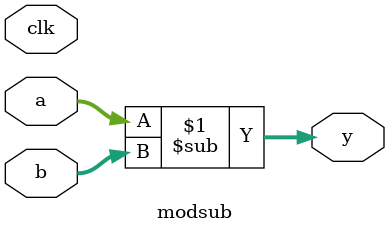
<source format=v>

module modsub #(
  parameter NBITS = 4096

 ) (
  input               clk,
  input  [NBITS+1 :0] a,
  input  [NBITS+1 :0] b,
  output [NBITS+1 :0] y
);

assign  y = a - b;

endmodule


</source>
